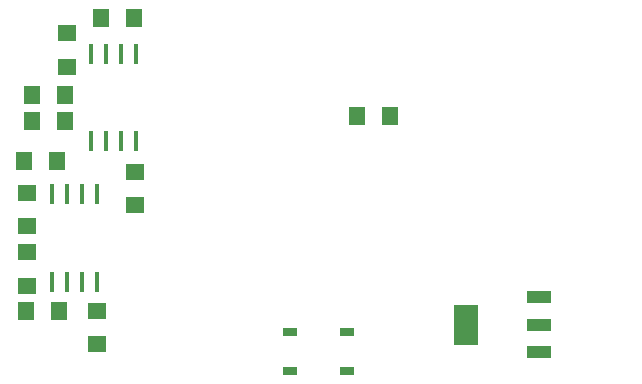
<source format=gbr>
G04 DipTrace 2.4.0.2*
%INBottomPaste.gbr*%
%MOIN*%
%ADD61R,0.0512X0.0276*%
%ADD71R,0.0157X0.0709*%
%ADD77R,0.0039X0.0472*%
%ADD83R,0.063X0.0551*%
%ADD85R,0.0551X0.063*%
%ADD91R,0.0787X0.1339*%
%ADD93R,0.0801X0.0401*%
%FSLAX44Y44*%
G04*
G70*
G90*
G75*
G01*
%LNBotPaste*%
%LPD*%
D93*
X22251Y7438D3*
Y6532D3*
Y5627D3*
D91*
X19814Y6532D3*
D85*
X17286Y13502D3*
X16183D3*
X6437Y13312D3*
X5335D3*
X6249Y7000D3*
X5147D3*
D83*
X5187Y8938D3*
Y7836D3*
D85*
X6437Y14187D3*
X5335D3*
D83*
X7499Y5875D3*
Y6977D3*
X8761Y10511D3*
Y11613D3*
D85*
X7636Y16738D3*
X8738D3*
X5062Y12000D3*
X6164D3*
D77*
X25140Y12938D3*
X24884D3*
X24628D3*
X24373D3*
X24117D3*
X23861D3*
X23605D3*
X23349D3*
X23093D3*
X22837D3*
X22581D3*
X22325D3*
X22069D3*
X21813D3*
Y16009D3*
X22069D3*
X22325D3*
X22581D3*
X22837D3*
X23093D3*
X23349D3*
X23605D3*
X23861D3*
X24117D3*
X24373D3*
X24628D3*
X24884D3*
X25140D3*
D71*
X5999Y10875D3*
X6499D3*
X6999D3*
X7499D3*
Y7962D3*
X6999D3*
X6499D3*
X5999D3*
X7312Y15562D3*
X7812D3*
X8312D3*
X8812D3*
Y12649D3*
X8312D3*
X7812D3*
X7312D3*
D83*
X6511Y15136D3*
Y16238D3*
X5187Y9813D3*
Y10915D3*
D61*
X13928Y4997D3*
Y6296D3*
X15857D3*
Y4997D3*
M02*

</source>
